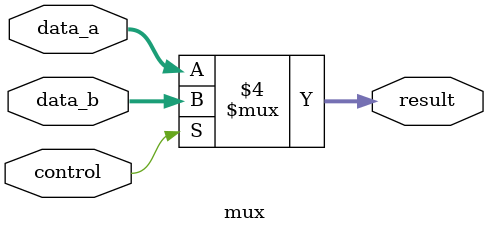
<source format=v>
module mux #(
	parameter DATA_W = 64
)(
	input							control,
	input		[DATA_W - 1 : 0]	data_a,
	input		[DATA_W - 1 : 0]	data_b,
	output reg	[DATA_W - 1 : 0]	result
);

	always @(*) begin
		if (control == 0) begin
			result = data_a;
		end
		else begin
			result = data_b;
		end
	end

endmodule
</source>
